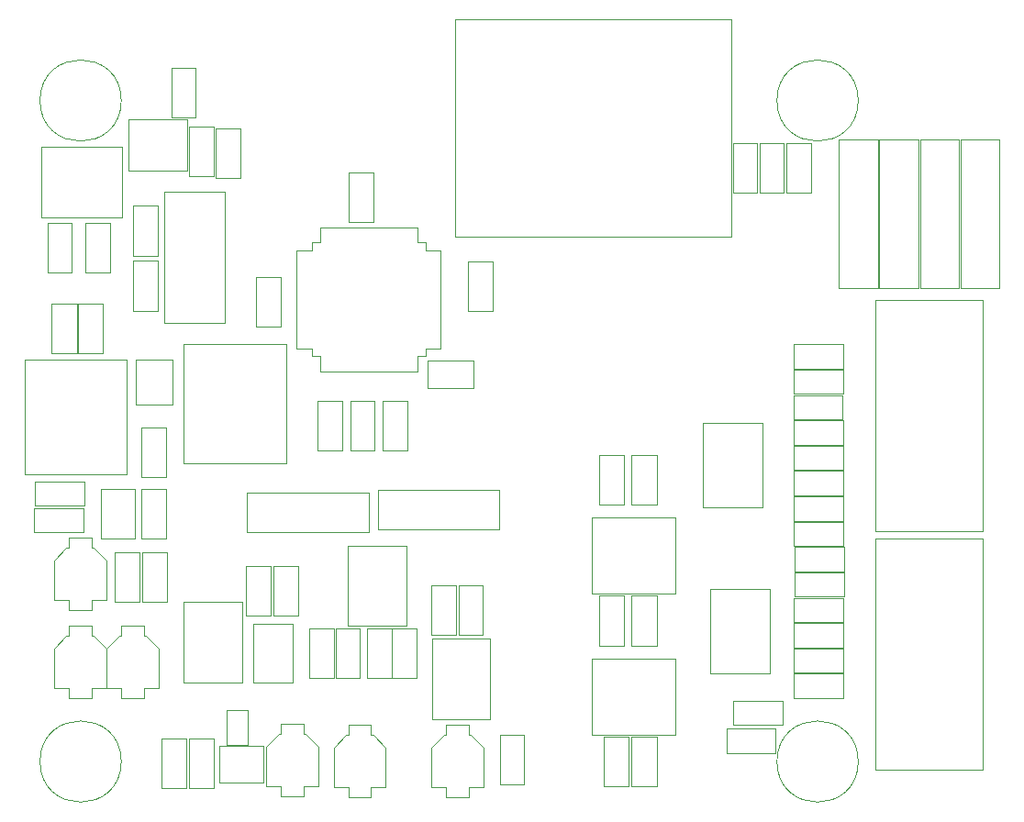
<source format=gbr>
%TF.GenerationSoftware,KiCad,Pcbnew,7.0.10-7.0.10~ubuntu22.04.1*%
%TF.CreationDate,2024-03-23T23:27:58+01:00*%
%TF.ProjectId,JTAGFinder,4a544147-4669-46e6-9465-722e6b696361,rev?*%
%TF.SameCoordinates,Original*%
%TF.FileFunction,Other,User*%
%FSLAX46Y46*%
G04 Gerber Fmt 4.6, Leading zero omitted, Abs format (unit mm)*
G04 Created by KiCad (PCBNEW 7.0.10-7.0.10~ubuntu22.04.1) date 2024-03-23 23:27:58*
%MOMM*%
%LPD*%
G01*
G04 APERTURE LIST*
%ADD10C,0.050000*%
G04 APERTURE END LIST*
D10*
%TO.C,H1*%
X180750000Y-124000000D02*
G75*
G03*
X173250000Y-124000000I-3750000J0D01*
G01*
X173250000Y-124000000D02*
G75*
G03*
X180750000Y-124000000I3750000J0D01*
G01*
%TO.C,C13*%
X116452000Y-126444500D02*
X116452000Y-121844500D01*
X118752000Y-126444500D02*
X116452000Y-126444500D01*
X116452000Y-121844500D02*
X118752000Y-121844500D01*
X118752000Y-121844500D02*
X118752000Y-126444500D01*
%TO.C,C24*%
X162150000Y-108700000D02*
X162150000Y-113300000D01*
X159850000Y-108700000D02*
X162150000Y-108700000D01*
X162150000Y-113300000D02*
X159850000Y-113300000D01*
X159850000Y-113300000D02*
X159850000Y-108700000D01*
%TO.C,J5*%
X136400000Y-102550000D02*
X147600000Y-102550000D01*
X147600000Y-102550000D02*
X147600000Y-98950000D01*
X136400000Y-98950000D02*
X136400000Y-102550000D01*
X147600000Y-98950000D02*
X136400000Y-98950000D01*
%TO.C,C16*%
X144800000Y-120600000D02*
X142700000Y-120600000D01*
X142700000Y-120600000D02*
X142700000Y-121550000D01*
X145000000Y-121550000D02*
X144800000Y-121550000D01*
X145000000Y-121550000D02*
X146150000Y-122700000D01*
X144800000Y-121550000D02*
X144800000Y-120600000D01*
X142700000Y-121550000D02*
X142500000Y-121550000D01*
X142500000Y-121550000D02*
X141350000Y-122700000D01*
X146150000Y-122700000D02*
X146150000Y-126350000D01*
X141350000Y-122700000D02*
X141350000Y-126350000D01*
X146150000Y-126350000D02*
X144800000Y-126350000D01*
X144800000Y-126350000D02*
X144800000Y-127300000D01*
X142700000Y-126350000D02*
X141350000Y-126350000D01*
X144800000Y-127300000D02*
X142700000Y-127300000D01*
X142700000Y-127300000D02*
X142700000Y-126350000D01*
%TO.C,C15*%
X114600000Y-97775000D02*
X114600000Y-93175000D01*
X116900000Y-97775000D02*
X114600000Y-97775000D01*
X114600000Y-93175000D02*
X116900000Y-93175000D01*
X116900000Y-93175000D02*
X116900000Y-97775000D01*
%TO.C,C4*%
X132400000Y-111700000D02*
X132400000Y-116300000D01*
X130100000Y-111700000D02*
X132400000Y-111700000D01*
X132400000Y-116300000D02*
X130100000Y-116300000D01*
X130100000Y-116300000D02*
X130100000Y-111700000D01*
%TO.C,C2*%
X125150000Y-83900000D02*
X125150000Y-79300000D01*
X127450000Y-83900000D02*
X125150000Y-83900000D01*
X125150000Y-79300000D02*
X127450000Y-79300000D01*
X127450000Y-79300000D02*
X127450000Y-83900000D01*
%TO.C,C26*%
X139150000Y-90700000D02*
X139150000Y-95300000D01*
X136850000Y-90700000D02*
X139150000Y-90700000D01*
X139150000Y-95300000D02*
X136850000Y-95300000D01*
X136850000Y-95300000D02*
X136850000Y-90700000D01*
%TO.C,C6*%
X109994000Y-111458000D02*
X107894000Y-111458000D01*
X107894000Y-111458000D02*
X107894000Y-112408000D01*
X110194000Y-112408000D02*
X109994000Y-112408000D01*
X110194000Y-112408000D02*
X111344000Y-113558000D01*
X109994000Y-112408000D02*
X109994000Y-111458000D01*
X107894000Y-112408000D02*
X107694000Y-112408000D01*
X107694000Y-112408000D02*
X106544000Y-113558000D01*
X111344000Y-113558000D02*
X111344000Y-117208000D01*
X106544000Y-113558000D02*
X106544000Y-117208000D01*
X111344000Y-117208000D02*
X109994000Y-117208000D01*
X109994000Y-117208000D02*
X109994000Y-118158000D01*
X107894000Y-117208000D02*
X106544000Y-117208000D01*
X109994000Y-118158000D02*
X107894000Y-118158000D01*
X107894000Y-118158000D02*
X107894000Y-117208000D01*
%TO.C,J7*%
X190200000Y-66580000D02*
X190200000Y-80330000D01*
X190200000Y-80330000D02*
X193800000Y-80330000D01*
X193800000Y-66580000D02*
X190200000Y-66580000D01*
X193800000Y-80330000D02*
X193800000Y-66580000D01*
%TO.C,H2*%
X180750000Y-63000000D02*
G75*
G03*
X173250000Y-63000000I-3750000J0D01*
G01*
X173250000Y-63000000D02*
G75*
G03*
X180750000Y-63000000I3750000J0D01*
G01*
%TO.C,C8*%
X114572400Y-103444600D02*
X114572400Y-98844600D01*
X116872400Y-103444600D02*
X114572400Y-103444600D01*
X114572400Y-98844600D02*
X116872400Y-98844600D01*
X116872400Y-98844600D02*
X116872400Y-103444600D01*
%TO.C,U4*%
X127950000Y-96500000D02*
X127950000Y-85500000D01*
X127950000Y-96500000D02*
X118450000Y-96500000D01*
X127950000Y-85500000D02*
X118450000Y-85500000D01*
X118450000Y-96500000D02*
X118450000Y-85500000D01*
%TO.C,C5*%
X140020000Y-111680000D02*
X140020000Y-116280000D01*
X137720000Y-111680000D02*
X140020000Y-111680000D01*
X140020000Y-116280000D02*
X137720000Y-116280000D01*
X137720000Y-116280000D02*
X137720000Y-111680000D01*
%TO.C,C3*%
X144750000Y-82450000D02*
X144750000Y-77850000D01*
X147050000Y-82450000D02*
X144750000Y-82450000D01*
X144750000Y-77850000D02*
X147050000Y-77850000D01*
X147050000Y-77850000D02*
X147050000Y-82450000D01*
%TO.C,U13*%
X142237500Y-85870000D02*
X142237500Y-81350000D01*
X142237500Y-76830000D02*
X142237500Y-81350000D01*
X140837500Y-86600000D02*
X140837500Y-85870000D01*
X140837500Y-85870000D02*
X142237500Y-85870000D01*
X140837500Y-76830000D02*
X142237500Y-76830000D01*
X140837500Y-76100000D02*
X140837500Y-76830000D01*
X140107500Y-88000000D02*
X140107500Y-86600000D01*
X140107500Y-86600000D02*
X140837500Y-86600000D01*
X140107500Y-76100000D02*
X140837500Y-76100000D01*
X140107500Y-74700000D02*
X140107500Y-76100000D01*
X135587500Y-88000000D02*
X140107500Y-88000000D01*
X135587500Y-88000000D02*
X131067500Y-88000000D01*
X135587500Y-74700000D02*
X140107500Y-74700000D01*
X135587500Y-74700000D02*
X131067500Y-74700000D01*
X131067500Y-88000000D02*
X131067500Y-86600000D01*
X131067500Y-86600000D02*
X130337500Y-86600000D01*
X131067500Y-76100000D02*
X130337500Y-76100000D01*
X131067500Y-74700000D02*
X131067500Y-76100000D01*
X130337500Y-86600000D02*
X130337500Y-85870000D01*
X130337500Y-85870000D02*
X128937500Y-85870000D01*
X130337500Y-76830000D02*
X128937500Y-76830000D01*
X130337500Y-76100000D02*
X130337500Y-76830000D01*
X128937500Y-85870000D02*
X128937500Y-81350000D01*
X128937500Y-76830000D02*
X128937500Y-81350000D01*
%TO.C,R39*%
X104757500Y-98130000D02*
X109317500Y-98130000D01*
X104757500Y-100370000D02*
X104757500Y-98130000D01*
X109317500Y-98130000D02*
X109317500Y-100370000D01*
X109317500Y-100370000D02*
X104757500Y-100370000D01*
%TO.C,U2*%
X139065000Y-104075000D02*
X133665000Y-104075000D01*
X133665000Y-104075000D02*
X133665000Y-111475000D01*
X139065000Y-111475000D02*
X139065000Y-104075000D01*
X133665000Y-111475000D02*
X139065000Y-111475000D01*
%TO.C,R33*%
X171421548Y-66970000D02*
X171421548Y-71530000D01*
X169181548Y-66970000D02*
X171421548Y-66970000D01*
X171421548Y-71530000D02*
X169181548Y-71530000D01*
X169181548Y-71530000D02*
X169181548Y-66970000D01*
%TO.C,C11*%
X114850000Y-111450000D02*
X112750000Y-111450000D01*
X112750000Y-111450000D02*
X112750000Y-112400000D01*
X115050000Y-112400000D02*
X114850000Y-112400000D01*
X115050000Y-112400000D02*
X116200000Y-113550000D01*
X114850000Y-112400000D02*
X114850000Y-111450000D01*
X112750000Y-112400000D02*
X112550000Y-112400000D01*
X112550000Y-112400000D02*
X111400000Y-113550000D01*
X116200000Y-113550000D02*
X116200000Y-117200000D01*
X111400000Y-113550000D02*
X111400000Y-117200000D01*
X116200000Y-117200000D02*
X114850000Y-117200000D01*
X114850000Y-117200000D02*
X114850000Y-118150000D01*
X112750000Y-117200000D02*
X111400000Y-117200000D01*
X114850000Y-118150000D02*
X112750000Y-118150000D01*
X112750000Y-118150000D02*
X112750000Y-117200000D01*
%TO.C,R15*%
X179430300Y-106428400D02*
X174870300Y-106428400D01*
X179430300Y-104188400D02*
X179430300Y-106428400D01*
X174870300Y-106428400D02*
X174870300Y-104188400D01*
X174870300Y-104188400D02*
X179430300Y-104188400D01*
%TO.C,C25*%
X162150000Y-95700000D02*
X162150000Y-100300000D01*
X159850000Y-95700000D02*
X162150000Y-95700000D01*
X162150000Y-100300000D02*
X159850000Y-100300000D01*
X159850000Y-100300000D02*
X159850000Y-95700000D01*
%TO.C,R11*%
X143620000Y-107720000D02*
X143620000Y-112280000D01*
X141380000Y-107720000D02*
X143620000Y-107720000D01*
X143620000Y-112280000D02*
X141380000Y-112280000D01*
X141380000Y-112280000D02*
X141380000Y-107720000D01*
%TO.C,R3*%
X132543000Y-116260000D02*
X132543000Y-111700000D01*
X134783000Y-116260000D02*
X132543000Y-116260000D01*
X132543000Y-111700000D02*
X134783000Y-111700000D01*
X134783000Y-111700000D02*
X134783000Y-116260000D01*
%TO.C,R4*%
X135434000Y-116260000D02*
X135434000Y-111700000D01*
X137674000Y-116260000D02*
X135434000Y-116260000D01*
X135434000Y-111700000D02*
X137674000Y-111700000D01*
X137674000Y-111700000D02*
X137674000Y-116260000D01*
%TO.C,R14*%
X108760400Y-86292500D02*
X108760400Y-81732500D01*
X111000400Y-86292500D02*
X108760400Y-86292500D01*
X108760400Y-81732500D02*
X111000400Y-81732500D01*
X111000400Y-81732500D02*
X111000400Y-86292500D01*
%TO.C,R20*%
X179368800Y-118137800D02*
X174808800Y-118137800D01*
X179368800Y-115897800D02*
X179368800Y-118137800D01*
X174808800Y-118137800D02*
X174808800Y-115897800D01*
X174808800Y-115897800D02*
X179368800Y-115897800D01*
%TO.C,C7*%
X114674000Y-109295500D02*
X114674000Y-104695500D01*
X116974000Y-109295500D02*
X114674000Y-109295500D01*
X114674000Y-104695500D02*
X116974000Y-104695500D01*
X116974000Y-104695500D02*
X116974000Y-109295500D01*
%TO.C,R8*%
X130880000Y-95280000D02*
X130880000Y-90720000D01*
X133120000Y-95280000D02*
X130880000Y-95280000D01*
X130880000Y-90720000D02*
X133120000Y-90720000D01*
X133120000Y-90720000D02*
X133120000Y-95280000D01*
%TO.C,L1*%
X114404000Y-104715500D02*
X114404000Y-109275500D01*
X112164000Y-104715500D02*
X114404000Y-104715500D01*
X114404000Y-109275500D02*
X112164000Y-109275500D01*
X112164000Y-109275500D02*
X112164000Y-104715500D01*
%TO.C,R7*%
X133880000Y-95280000D02*
X133880000Y-90720000D01*
X136120000Y-95280000D02*
X133880000Y-95280000D01*
X133880000Y-90720000D02*
X136120000Y-90720000D01*
X136120000Y-90720000D02*
X136120000Y-95280000D01*
%TO.C,U3*%
X123900000Y-109300000D02*
X118500000Y-109300000D01*
X118500000Y-109300000D02*
X118500000Y-116700000D01*
X123900000Y-116700000D02*
X123900000Y-109300000D01*
X118500000Y-116700000D02*
X123900000Y-116700000D01*
%TO.C,R18*%
X179394200Y-113464200D02*
X174834200Y-113464200D01*
X179394200Y-111224200D02*
X179394200Y-113464200D01*
X174834200Y-113464200D02*
X174834200Y-111224200D01*
X174834200Y-111224200D02*
X179394200Y-111224200D01*
%TO.C,J8*%
X178950000Y-66580000D02*
X178950000Y-80330000D01*
X178950000Y-80330000D02*
X182550000Y-80330000D01*
X182550000Y-66580000D02*
X178950000Y-66580000D01*
X182550000Y-80330000D02*
X182550000Y-66580000D01*
%TO.C,L2*%
X128550000Y-111300000D02*
X124950000Y-111300000D01*
X124950000Y-111300000D02*
X124950000Y-116700000D01*
X124950000Y-116700000D02*
X128550000Y-116700000D01*
X128550000Y-116700000D02*
X128550000Y-111300000D01*
%TO.C,J1*%
X182320000Y-103400000D02*
X182320000Y-124760000D01*
X182320000Y-124760000D02*
X192220000Y-124760000D01*
X192220000Y-103400000D02*
X182320000Y-103400000D01*
X192220000Y-124760000D02*
X192220000Y-103400000D01*
%TO.C,C23*%
X162150000Y-121700000D02*
X162150000Y-126300000D01*
X159850000Y-121700000D02*
X162150000Y-121700000D01*
X162150000Y-126300000D02*
X159850000Y-126300000D01*
X159850000Y-126300000D02*
X159850000Y-121700000D01*
%TO.C,U11*%
X167125000Y-115875000D02*
X172625000Y-115875000D01*
X172625000Y-115875000D02*
X172625000Y-108075000D01*
X167125000Y-108075000D02*
X167125000Y-115875000D01*
X172625000Y-108075000D02*
X167125000Y-108075000D01*
%TO.C,J10*%
X186450000Y-66580000D02*
X186450000Y-80330000D01*
X186450000Y-80330000D02*
X190050000Y-80330000D01*
X190050000Y-66580000D02*
X186450000Y-66580000D01*
X190050000Y-80330000D02*
X190050000Y-66580000D01*
%TO.C,R30*%
X179379500Y-94755284D02*
X174819500Y-94755284D01*
X179379500Y-92515284D02*
X179379500Y-94755284D01*
X174819500Y-94755284D02*
X174819500Y-92515284D01*
X174819500Y-92515284D02*
X179379500Y-92515284D01*
%TO.C,D1*%
X124394000Y-119242500D02*
X122494000Y-119242500D01*
X124394000Y-119242500D02*
X124394000Y-122442500D01*
X122494000Y-119242500D02*
X122494000Y-122442500D01*
X124394000Y-122442500D02*
X122494000Y-122442500D01*
%TO.C,R28*%
X179379500Y-97095712D02*
X174819500Y-97095712D01*
X179379500Y-94855712D02*
X179379500Y-97095712D01*
X174819500Y-97095712D02*
X174819500Y-94855712D01*
X174819500Y-94855712D02*
X179379500Y-94855712D01*
%TO.C,C9*%
X129090000Y-105937500D02*
X129090000Y-110537500D01*
X126790000Y-105937500D02*
X129090000Y-105937500D01*
X129090000Y-110537500D02*
X126790000Y-110537500D01*
X126790000Y-110537500D02*
X126790000Y-105937500D01*
%TO.C,J2*%
X182320000Y-81400000D02*
X182320000Y-102760000D01*
X182320000Y-102760000D02*
X192220000Y-102760000D01*
X192220000Y-81400000D02*
X182320000Y-81400000D01*
X192220000Y-102760000D02*
X192220000Y-81400000D01*
%TO.C,R19*%
X179379500Y-115801000D02*
X174819500Y-115801000D01*
X179379500Y-113561000D02*
X179379500Y-115801000D01*
X174819500Y-115801000D02*
X174819500Y-113561000D01*
X174819500Y-113561000D02*
X179379500Y-113561000D01*
%TO.C,U6*%
X114100000Y-91050000D02*
X117500000Y-91050000D01*
X117500000Y-91050000D02*
X117500000Y-86950000D01*
X114100000Y-86950000D02*
X114100000Y-91050000D01*
X117500000Y-86950000D02*
X114100000Y-86950000D01*
%TO.C,R24*%
X179379500Y-101776568D02*
X174819500Y-101776568D01*
X179379500Y-99536568D02*
X179379500Y-101776568D01*
X174819500Y-101776568D02*
X174819500Y-99536568D01*
X174819500Y-99536568D02*
X179379500Y-99536568D01*
%TO.C,R29*%
X179318000Y-92414856D02*
X174758000Y-92414856D01*
X179318000Y-90174856D02*
X179318000Y-92414856D01*
X174758000Y-92414856D02*
X174758000Y-90174856D01*
X174758000Y-90174856D02*
X179318000Y-90174856D01*
%TO.C,H4*%
X112750000Y-124000000D02*
G75*
G03*
X105250000Y-124000000I-3750000J0D01*
G01*
X105250000Y-124000000D02*
G75*
G03*
X112750000Y-124000000I3750000J0D01*
G01*
%TO.C,J9*%
X182700000Y-66580000D02*
X182700000Y-80330000D01*
X182700000Y-80330000D02*
X186300000Y-80330000D01*
X186300000Y-66580000D02*
X182700000Y-66580000D01*
X186300000Y-80330000D02*
X186300000Y-66580000D01*
%TO.C,R22*%
X168582500Y-120955000D02*
X173142500Y-120955000D01*
X168582500Y-123195000D02*
X168582500Y-120955000D01*
X173142500Y-120955000D02*
X173142500Y-123195000D01*
X173142500Y-123195000D02*
X168582500Y-123195000D01*
%TO.C,R23*%
X179379500Y-104117000D02*
X174819500Y-104117000D01*
X179379500Y-101877000D02*
X179379500Y-104117000D01*
X174819500Y-104117000D02*
X174819500Y-101877000D01*
X174819500Y-101877000D02*
X179379500Y-101877000D01*
%TO.C,U7*%
X141395000Y-120075000D02*
X146795000Y-120075000D01*
X146795000Y-120075000D02*
X146795000Y-112675000D01*
X141395000Y-112675000D02*
X141395000Y-120075000D01*
X146795000Y-112675000D02*
X141395000Y-112675000D01*
%TO.C,R40*%
X104720000Y-100630000D02*
X109280000Y-100630000D01*
X104720000Y-102870000D02*
X104720000Y-100630000D01*
X109280000Y-100630000D02*
X109280000Y-102870000D01*
X109280000Y-102870000D02*
X104720000Y-102870000D01*
%TO.C,R26*%
X179379500Y-99436140D02*
X174819500Y-99436140D01*
X179379500Y-97196140D02*
X179379500Y-99436140D01*
X174819500Y-99436140D02*
X174819500Y-97196140D01*
X174819500Y-97196140D02*
X179379500Y-97196140D01*
%TO.C,R27*%
X179379500Y-90074428D02*
X174819500Y-90074428D01*
X179379500Y-87834428D02*
X179379500Y-90074428D01*
X174819500Y-90074428D02*
X174819500Y-87834428D01*
X174819500Y-87834428D02*
X179379500Y-87834428D01*
%TO.C,C14*%
X129574000Y-120540500D02*
X127474000Y-120540500D01*
X127474000Y-120540500D02*
X127474000Y-121490500D01*
X129774000Y-121490500D02*
X129574000Y-121490500D01*
X129774000Y-121490500D02*
X130924000Y-122640500D01*
X129574000Y-121490500D02*
X129574000Y-120540500D01*
X127474000Y-121490500D02*
X127274000Y-121490500D01*
X127274000Y-121490500D02*
X126124000Y-122640500D01*
X130924000Y-122640500D02*
X130924000Y-126290500D01*
X126124000Y-122640500D02*
X126124000Y-126290500D01*
X130924000Y-126290500D02*
X129574000Y-126290500D01*
X129574000Y-126290500D02*
X129574000Y-127240500D01*
X127474000Y-126290500D02*
X126124000Y-126290500D01*
X129574000Y-127240500D02*
X127474000Y-127240500D01*
X127474000Y-127240500D02*
X127474000Y-126290500D01*
%TO.C,C22*%
X159150000Y-95700000D02*
X159150000Y-100300000D01*
X156850000Y-95700000D02*
X159150000Y-95700000D01*
X159150000Y-100300000D02*
X156850000Y-100300000D01*
X156850000Y-100300000D02*
X156850000Y-95700000D01*
%TO.C,R5*%
X126520000Y-105957500D02*
X126520000Y-110517500D01*
X124280000Y-105957500D02*
X126520000Y-105957500D01*
X126520000Y-110517500D02*
X124280000Y-110517500D01*
X124280000Y-110517500D02*
X124280000Y-105957500D01*
%TO.C,R12*%
X105944599Y-78851400D02*
X105944599Y-74291400D01*
X108184599Y-78851400D02*
X105944599Y-78851400D01*
X105944599Y-74291400D02*
X108184599Y-74291400D01*
X108184599Y-74291400D02*
X108184599Y-78851400D01*
%TO.C,J3*%
X124370000Y-102800000D02*
X135570000Y-102800000D01*
X135570000Y-102800000D02*
X135570000Y-99200000D01*
X124370000Y-99200000D02*
X124370000Y-102800000D01*
X135570000Y-99200000D02*
X124370000Y-99200000D01*
%TO.C,R25*%
X179383500Y-87734000D02*
X174823500Y-87734000D01*
X179383500Y-85494000D02*
X179383500Y-87734000D01*
X174823500Y-87734000D02*
X174823500Y-85494000D01*
X174823500Y-85494000D02*
X179383500Y-85494000D01*
%TO.C,C1*%
X118975001Y-70000000D02*
X118975001Y-65400000D01*
X121275001Y-70000000D02*
X118975001Y-70000000D01*
X118975001Y-65400000D02*
X121275001Y-65400000D01*
X121275001Y-65400000D02*
X121275001Y-70000000D01*
%TO.C,SW1*%
X145275000Y-89500000D02*
X145275000Y-87000000D01*
X145275000Y-89500000D02*
X140975000Y-89500000D01*
X145275000Y-87000000D02*
X140975000Y-87000000D01*
X140975000Y-89500000D02*
X140975000Y-87000000D01*
%TO.C,C19*%
X106330398Y-86312500D02*
X106330398Y-81712500D01*
X108630398Y-86312500D02*
X106330398Y-86312500D01*
X106330398Y-81712500D02*
X108630398Y-81712500D01*
X108630398Y-81712500D02*
X108630398Y-86312500D01*
%TO.C,C21*%
X159150000Y-108700000D02*
X159150000Y-113300000D01*
X156850000Y-108700000D02*
X159150000Y-108700000D01*
X159150000Y-113300000D02*
X156850000Y-113300000D01*
X156850000Y-113300000D02*
X156850000Y-108700000D01*
%TO.C,C18*%
X116100000Y-72720001D02*
X116100000Y-77320001D01*
X113800000Y-72720001D02*
X116100000Y-72720001D01*
X116100000Y-77320001D02*
X113800000Y-77320001D01*
X113800000Y-77320001D02*
X113800000Y-72720001D01*
%TO.C,U5*%
X121775000Y-122571500D02*
X121775000Y-125971500D01*
X121775000Y-125971500D02*
X125875000Y-125971500D01*
X125875000Y-122571500D02*
X121775000Y-122571500D01*
X125875000Y-125971500D02*
X125875000Y-122571500D01*
%TO.C,D2*%
X105377600Y-67260400D02*
X105377600Y-73760400D01*
X105377600Y-73760400D02*
X112777600Y-73760400D01*
X112777600Y-67260400D02*
X105377600Y-67260400D01*
X112777600Y-73760400D02*
X112777600Y-67260400D01*
%TO.C,R1*%
X123720000Y-65557500D02*
X123720000Y-70117500D01*
X121480000Y-65557500D02*
X123720000Y-65557500D01*
X123720000Y-70117500D02*
X121480000Y-70117500D01*
X121480000Y-70117500D02*
X121480000Y-65557500D01*
%TO.C,H3*%
X112750000Y-63000000D02*
G75*
G03*
X105250000Y-63000000I-3750000J0D01*
G01*
X105250000Y-63000000D02*
G75*
G03*
X112750000Y-63000000I3750000J0D01*
G01*
%TO.C,R31*%
X173870000Y-66970000D02*
X173870000Y-71530000D01*
X171630000Y-66970000D02*
X173870000Y-66970000D01*
X173870000Y-71530000D02*
X171630000Y-71530000D01*
X171630000Y-71530000D02*
X171630000Y-66970000D01*
%TO.C,C17*%
X113800000Y-82400000D02*
X113800000Y-77800000D01*
X116100000Y-82400000D02*
X113800000Y-82400000D01*
X113800000Y-77800000D02*
X116100000Y-77800000D01*
X116100000Y-77800000D02*
X116100000Y-82400000D01*
%TO.C,C27*%
X133700000Y-74224999D02*
X133700000Y-69624999D01*
X136000000Y-74224999D02*
X133700000Y-74224999D01*
X133700000Y-69624999D02*
X136000000Y-69624999D01*
X136000000Y-69624999D02*
X136000000Y-74224999D01*
%TO.C,R16*%
X179419600Y-108765200D02*
X174859600Y-108765200D01*
X179419600Y-106525200D02*
X179419600Y-108765200D01*
X174859600Y-108765200D02*
X174859600Y-106525200D01*
X174859600Y-106525200D02*
X179419600Y-106525200D01*
%TO.C,F1*%
X114000400Y-98864600D02*
X114000400Y-103424600D01*
X110840400Y-98864600D02*
X114000400Y-98864600D01*
X114000400Y-103424600D02*
X110840400Y-103424600D01*
X110840400Y-103424600D02*
X110840400Y-98864600D01*
%TO.C,C12*%
X135800000Y-120600000D02*
X133700000Y-120600000D01*
X133700000Y-120600000D02*
X133700000Y-121550000D01*
X136000000Y-121550000D02*
X135800000Y-121550000D01*
X136000000Y-121550000D02*
X137150000Y-122700000D01*
X135800000Y-121550000D02*
X135800000Y-120600000D01*
X133700000Y-121550000D02*
X133500000Y-121550000D01*
X133500000Y-121550000D02*
X132350000Y-122700000D01*
X137150000Y-122700000D02*
X137150000Y-126350000D01*
X132350000Y-122700000D02*
X132350000Y-126350000D01*
X137150000Y-126350000D02*
X135800000Y-126350000D01*
X135800000Y-126350000D02*
X135800000Y-127300000D01*
X133700000Y-126350000D02*
X132350000Y-126350000D01*
X135800000Y-127300000D02*
X133700000Y-127300000D01*
X133700000Y-127300000D02*
X133700000Y-126350000D01*
%TO.C,Q1*%
X113374998Y-64745000D02*
X113374998Y-69485000D01*
X113374998Y-64745000D02*
X118834998Y-64745000D01*
X118834998Y-69485000D02*
X113374998Y-69485000D01*
X118834998Y-69485000D02*
X118834998Y-64745000D01*
%TO.C,R21*%
X169182500Y-118380000D02*
X173742500Y-118380000D01*
X169182500Y-120620000D02*
X169182500Y-118380000D01*
X173742500Y-118380000D02*
X173742500Y-120620000D01*
X173742500Y-120620000D02*
X169182500Y-120620000D01*
%TO.C,C20*%
X159550000Y-121700000D02*
X159550000Y-126300000D01*
X157250000Y-121700000D02*
X159550000Y-121700000D01*
X159550000Y-126300000D02*
X157250000Y-126300000D01*
X157250000Y-126300000D02*
X157250000Y-121700000D01*
%TO.C,Y1*%
X116722000Y-83495000D02*
X122322000Y-83495000D01*
X122322000Y-83495000D02*
X122322000Y-71395000D01*
X116722000Y-71395000D02*
X116722000Y-83495000D01*
X122322000Y-71395000D02*
X116722000Y-71395000D01*
%TO.C,J6*%
X169065000Y-75525000D02*
X143565000Y-75525000D01*
X169065000Y-55525000D02*
X169065000Y-75525000D01*
X143565000Y-75525000D02*
X143565000Y-55525000D01*
X143565000Y-55525000D02*
X169065000Y-55525000D01*
%TO.C,U12*%
X166450000Y-100550000D02*
X171950000Y-100550000D01*
X171950000Y-100550000D02*
X171950000Y-92750000D01*
X166450000Y-92750000D02*
X166450000Y-100550000D01*
X171950000Y-92750000D02*
X166450000Y-92750000D01*
%TO.C,R10*%
X146120000Y-107720000D02*
X146120000Y-112280000D01*
X143880000Y-107720000D02*
X146120000Y-107720000D01*
X146120000Y-112280000D02*
X143880000Y-112280000D01*
X143880000Y-112280000D02*
X143880000Y-107720000D01*
%TO.C,R17*%
X179394200Y-111127400D02*
X174834200Y-111127400D01*
X179394200Y-108887400D02*
X179394200Y-111127400D01*
X174834200Y-111127400D02*
X174834200Y-108887400D01*
X174834200Y-108887400D02*
X179394200Y-108887400D01*
%TO.C,U8*%
X163850000Y-121500000D02*
X163850000Y-114500000D01*
X163850000Y-114500000D02*
X156150000Y-114500000D01*
X156150000Y-121500000D02*
X163850000Y-121500000D01*
X156150000Y-114500000D02*
X156150000Y-121500000D01*
%TO.C,R32*%
X176370000Y-66970000D02*
X176370000Y-71530000D01*
X174130000Y-66970000D02*
X176370000Y-66970000D01*
X176370000Y-71530000D02*
X174130000Y-71530000D01*
X174130000Y-71530000D02*
X174130000Y-66970000D01*
%TO.C,J4*%
X113254000Y-86880000D02*
X103834000Y-86880000D01*
X113254000Y-86880000D02*
X113254000Y-97520000D01*
X103834000Y-86880000D02*
X103834000Y-97520000D01*
X113254000Y-97520000D02*
X103834000Y-97520000D01*
%TO.C,R6*%
X121262000Y-121864500D02*
X121262000Y-126424500D01*
X119022000Y-121864500D02*
X121262000Y-121864500D01*
X121262000Y-126424500D02*
X119022000Y-126424500D01*
X119022000Y-126424500D02*
X119022000Y-121864500D01*
%TO.C,C10*%
X109987200Y-103352000D02*
X107887200Y-103352000D01*
X107887200Y-103352000D02*
X107887200Y-104302000D01*
X110187200Y-104302000D02*
X109987200Y-104302000D01*
X110187200Y-104302000D02*
X111337200Y-105452000D01*
X109987200Y-104302000D02*
X109987200Y-103352000D01*
X107887200Y-104302000D02*
X107687200Y-104302000D01*
X107687200Y-104302000D02*
X106537200Y-105452000D01*
X111337200Y-105452000D02*
X111337200Y-109102000D01*
X106537200Y-105452000D02*
X106537200Y-109102000D01*
X111337200Y-109102000D02*
X109987200Y-109102000D01*
X109987200Y-109102000D02*
X109987200Y-110052000D01*
X107887200Y-109102000D02*
X106537200Y-109102000D01*
X109987200Y-110052000D02*
X107887200Y-110052000D01*
X107887200Y-110052000D02*
X107887200Y-109102000D01*
%TO.C,U9*%
X163850000Y-108500000D02*
X163850000Y-101500000D01*
X163850000Y-101500000D02*
X156150000Y-101500000D01*
X156150000Y-108500000D02*
X163850000Y-108500000D01*
X156150000Y-101500000D02*
X156150000Y-108500000D01*
%TO.C,R13*%
X109463601Y-78851400D02*
X109463601Y-74291400D01*
X111703601Y-78851400D02*
X109463601Y-78851400D01*
X109463601Y-74291400D02*
X111703601Y-74291400D01*
X111703601Y-74291400D02*
X111703601Y-78851400D01*
%TO.C,R9*%
X149920000Y-121520000D02*
X149920000Y-126080000D01*
X147680000Y-121520000D02*
X149920000Y-121520000D01*
X149920000Y-126080000D02*
X147680000Y-126080000D01*
X147680000Y-126080000D02*
X147680000Y-121520000D01*
%TO.C,R2*%
X117380000Y-64530000D02*
X117380000Y-59970000D01*
X119620000Y-64530000D02*
X117380000Y-64530000D01*
X117380000Y-59970000D02*
X119620000Y-59970000D01*
X119620000Y-59970000D02*
X119620000Y-64530000D01*
%TD*%
M02*

</source>
